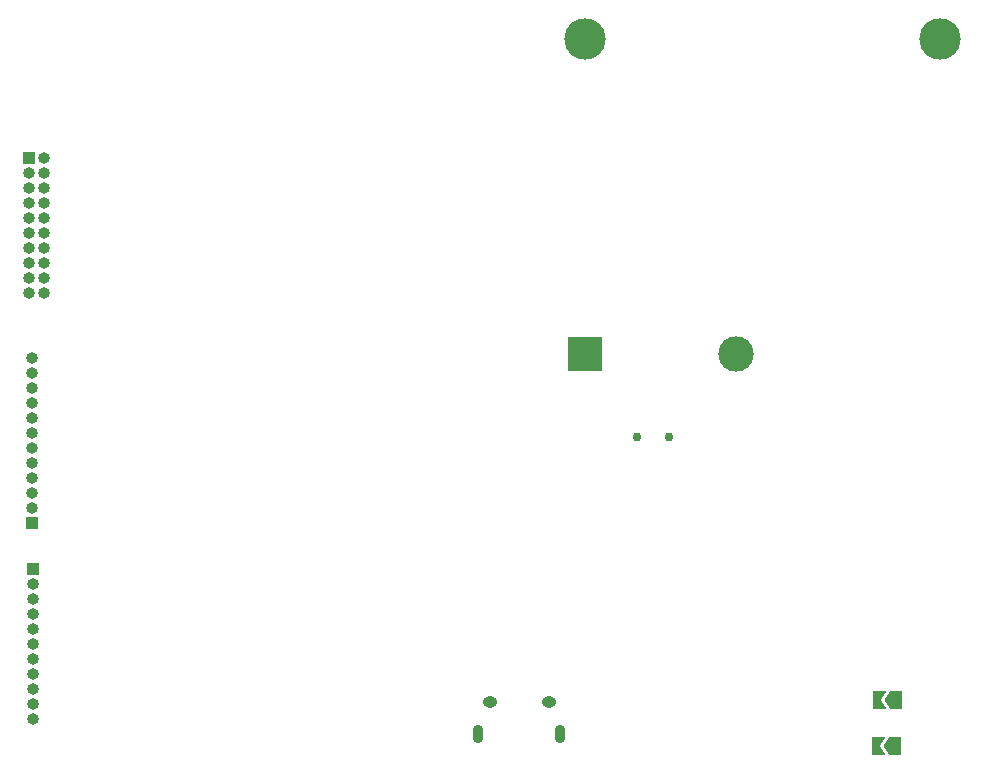
<source format=gbr>
%TF.GenerationSoftware,KiCad,Pcbnew,7.0.7*%
%TF.CreationDate,2023-11-17T10:09:12-08:00*%
%TF.ProjectId,Final_Project_Sutton_Yazzolino,46696e61-6c5f-4507-926f-6a6563745f53,rev?*%
%TF.SameCoordinates,Original*%
%TF.FileFunction,Soldermask,Bot*%
%TF.FilePolarity,Negative*%
%FSLAX46Y46*%
G04 Gerber Fmt 4.6, Leading zero omitted, Abs format (unit mm)*
G04 Created by KiCad (PCBNEW 7.0.7) date 2023-11-17 10:09:12*
%MOMM*%
%LPD*%
G01*
G04 APERTURE LIST*
G04 Aperture macros list*
%AMFreePoly0*
4,1,6,1.000000,0.000000,0.500000,-0.750000,-0.500000,-0.750000,-0.500000,0.750000,0.500000,0.750000,1.000000,0.000000,1.000000,0.000000,$1*%
%AMFreePoly1*
4,1,6,0.500000,-0.750000,-0.650000,-0.750000,-0.150000,0.000000,-0.650000,0.750000,0.500000,0.750000,0.500000,-0.750000,0.500000,-0.750000,$1*%
G04 Aperture macros list end*
%ADD10R,1.000000X1.000000*%
%ADD11O,1.000000X1.000000*%
%ADD12FreePoly0,180.000000*%
%ADD13FreePoly1,180.000000*%
%ADD14C,0.750000*%
%ADD15O,1.250000X0.950000*%
%ADD16O,0.890000X1.550000*%
%ADD17C,3.500000*%
%ADD18R,3.000000X3.000000*%
%ADD19C,3.000000*%
G04 APERTURE END LIST*
D10*
%TO.C,WifiModule1*%
X104950000Y-122295000D03*
D11*
X104950000Y-121025000D03*
X104950000Y-119755000D03*
X104950000Y-118485000D03*
X104950000Y-117215000D03*
X104950000Y-115945000D03*
X104950000Y-114675000D03*
X104950000Y-113405000D03*
X104950000Y-112135000D03*
X104950000Y-110865000D03*
X104950000Y-109595000D03*
X104950000Y-108325000D03*
%TD*%
D10*
%TO.C,LEDmodule1*%
X105000000Y-126190000D03*
D11*
X105000000Y-127460000D03*
X105000000Y-128730000D03*
X105000000Y-130000000D03*
X105000000Y-131270000D03*
X105000000Y-132540000D03*
X105000000Y-133810000D03*
X105000000Y-135080000D03*
X105000000Y-136350000D03*
X105000000Y-137620000D03*
X105000000Y-138890000D03*
%TD*%
D10*
%TO.C,J3*%
X104730000Y-91430000D03*
D11*
X106000000Y-91430000D03*
X104730000Y-92700000D03*
X106000000Y-92700000D03*
X104730000Y-93970000D03*
X106000000Y-93970000D03*
X104730000Y-95240000D03*
X106000000Y-95240000D03*
X104730000Y-96510000D03*
X106000000Y-96510000D03*
X104730000Y-97780000D03*
X106000000Y-97780000D03*
X104730000Y-99050000D03*
X106000000Y-99050000D03*
X104730000Y-100320000D03*
X106000000Y-100320000D03*
X104730000Y-101590000D03*
X106000000Y-101590000D03*
X104730000Y-102860000D03*
X106000000Y-102860000D03*
%TD*%
D12*
%TO.C,JP2*%
X178050000Y-141175000D03*
D13*
X176600000Y-141175000D03*
%TD*%
D12*
%TO.C,JP1*%
X178100000Y-137325000D03*
D13*
X176650000Y-137325000D03*
%TD*%
D14*
%TO.C,SW1*%
X158925000Y-115025000D03*
X156175000Y-115025000D03*
%TD*%
D15*
%TO.C,J2*%
X148700000Y-137500000D03*
D16*
X149700000Y-140200000D03*
D15*
X143700000Y-137500000D03*
D16*
X142700000Y-140200000D03*
%TD*%
D17*
%TO.C,BT1*%
X181800000Y-81300000D03*
X151800000Y-81300000D03*
D18*
X151800000Y-108000000D03*
D19*
X164600000Y-108000000D03*
%TD*%
M02*

</source>
